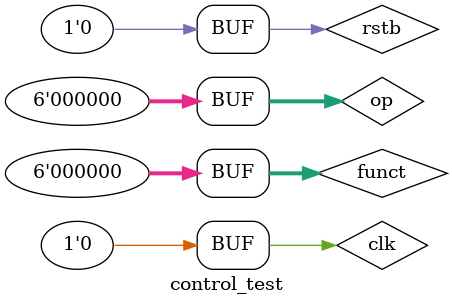
<source format=v>
`timescale 1ns / 1ps


module control_test;

	// Inputs
	reg clk;
	reg rstb;
	reg [5:0] op;
	reg [5:0] funct;

	// Outputs
	wire [3:0] alu_control;
	wire [1:0] alu_src_b, pc_src;
	wire alu_src_a;
	wire pc_write;
	wire branch;
	wire reg_write;
	wire i_or_d;
	wire mem_write;
	wire ir_write;
	wire reg_dst;
	wire mem_to_reg;

	// Instantiate the Unit Under Test (UUT)
	control uut (
		.clk(clk), 
		.rstb(rstb), 
		.op(op), 
		.funct(funct), 
		.alu_control(alu_control), 
		.alu_src_b(alu_src_b), 
		.alu_src_a(alu_src_a), 
		.pc_write(pc_write), 
		.branch(branch), 
		.pc_src(pc_src), 
		.reg_write(reg_write), 
		.i_or_d(i_or_d), 
		.mem_write(mem_write), 
		.ir_write(ir_write), 
		.reg_dst(reg_dst), 
		.mem_to_reg(mem_to_reg)
	);

	initial begin
		// Initialize Inputs
		clk = 0;
		rstb = 0;
		op = 0;
		funct = 0;

		// Wait 100 ns for global reset to finish
		#100;
        
		// Add stimulus here

	end
      
endmodule


</source>
